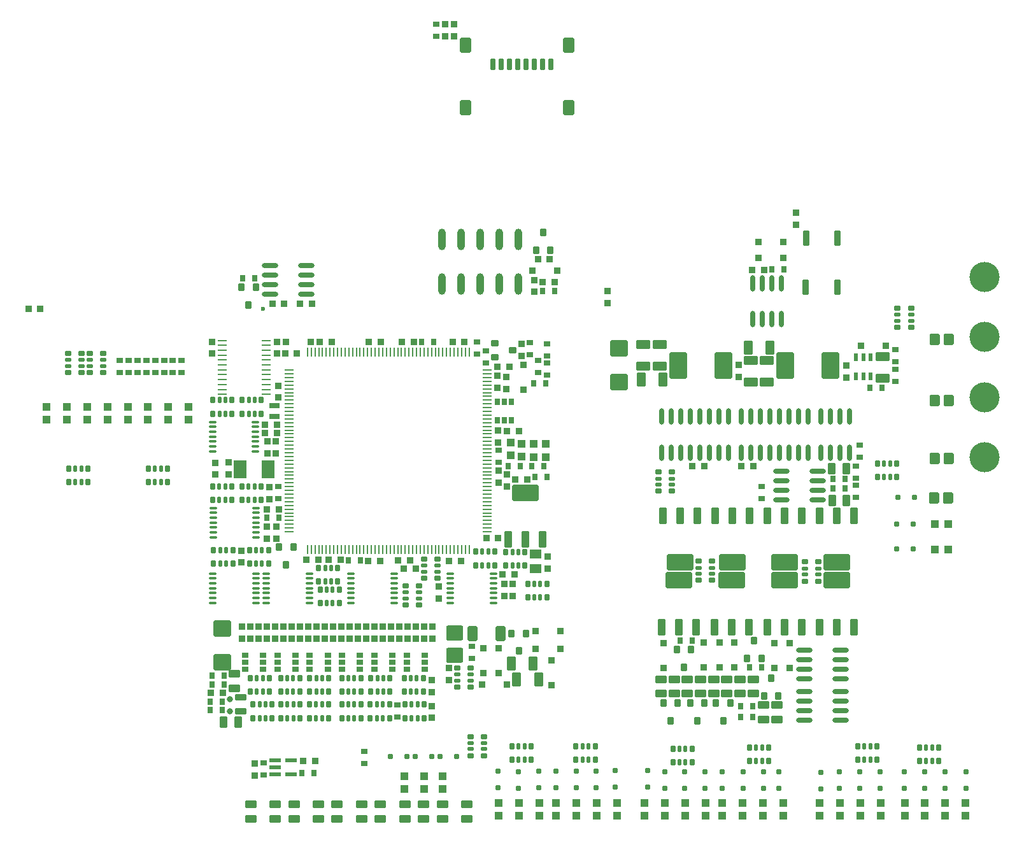
<source format=gtp>
G75*
G70*
%OFA0B0*%
%FSLAX25Y25*%
%IPPOS*%
%LPD*%
%AMOC8*
5,1,8,0,0,1.08239X$1,22.5*
%
%AMM1*
21,1,0.033470,0.026770,0.000000,0.000000,180.000000*
21,1,0.026770,0.033470,0.000000,0.000000,180.000000*
1,1,0.006690,-0.013390,0.013390*
1,1,0.006690,0.013390,0.013390*
1,1,0.006690,0.013390,-0.013390*
1,1,0.006690,-0.013390,-0.013390*
%
%AMM10*
21,1,0.023620,0.018900,0.000000,0.000000,90.000000*
21,1,0.018900,0.023620,0.000000,0.000000,90.000000*
1,1,0.004720,0.009450,0.009450*
1,1,0.004720,0.009450,-0.009450*
1,1,0.004720,-0.009450,-0.009450*
1,1,0.004720,-0.009450,0.009450*
%
%AMM101*
21,1,0.021650,0.038980,0.000000,0.000000,0.000000*
21,1,0.017320,0.043310,0.000000,0.000000,0.000000*
1,1,0.004330,0.008660,-0.019490*
1,1,0.004330,-0.008660,-0.019490*
1,1,0.004330,-0.008660,0.019490*
1,1,0.004330,0.008660,0.019490*
%
%AMM102*
21,1,0.086610,0.073230,0.000000,0.000000,90.000000*
21,1,0.069290,0.090550,0.000000,0.000000,90.000000*
1,1,0.017320,0.036610,0.034650*
1,1,0.017320,0.036610,-0.034650*
1,1,0.017320,-0.036610,-0.034650*
1,1,0.017320,-0.036610,0.034650*
%
%AMM103*
21,1,0.092520,0.119290,0.000000,0.000000,180.000000*
21,1,0.074020,0.137800,0.000000,0.000000,180.000000*
1,1,0.018500,-0.037010,0.059650*
1,1,0.018500,0.037010,0.059650*
1,1,0.018500,0.037010,-0.059650*
1,1,0.018500,-0.037010,-0.059650*
%
%AMM104*
21,1,0.070870,0.036220,0.000000,0.000000,0.000000*
21,1,0.061810,0.045280,0.000000,0.000000,0.000000*
1,1,0.009060,0.030910,-0.018110*
1,1,0.009060,-0.030910,-0.018110*
1,1,0.009060,-0.030910,0.018110*
1,1,0.009060,0.030910,0.018110*
%
%AMM105*
21,1,0.070870,0.036220,0.000000,0.000000,90.000000*
21,1,0.061810,0.045280,0.000000,0.000000,90.000000*
1,1,0.009060,0.018110,0.030910*
1,1,0.009060,0.018110,-0.030910*
1,1,0.009060,-0.018110,-0.030910*
1,1,0.009060,-0.018110,0.030910*
%
%AMM11*
21,1,0.027560,0.030710,0.000000,0.000000,90.000000*
21,1,0.022050,0.036220,0.000000,0.000000,90.000000*
1,1,0.005510,0.015350,0.011020*
1,1,0.005510,0.015350,-0.011020*
1,1,0.005510,-0.015350,-0.011020*
1,1,0.005510,-0.015350,0.011020*
%
%AMM111*
21,1,0.078740,0.045670,0.000000,0.000000,270.000000*
21,1,0.067320,0.057090,0.000000,0.000000,270.000000*
1,1,0.011420,-0.022840,-0.033660*
1,1,0.011420,-0.022840,0.033660*
1,1,0.011420,0.022840,0.033660*
1,1,0.011420,0.022840,-0.033660*
%
%AMM112*
21,1,0.059060,0.020470,0.000000,0.000000,270.000000*
21,1,0.053940,0.025590,0.000000,0.000000,270.000000*
1,1,0.005120,-0.010240,-0.026970*
1,1,0.005120,-0.010240,0.026970*
1,1,0.005120,0.010240,0.026970*
1,1,0.005120,0.010240,-0.026970*
%
%AMM113*
21,1,0.027560,0.030710,0.000000,0.000000,270.000000*
21,1,0.022050,0.036220,0.000000,0.000000,270.000000*
1,1,0.005510,-0.015350,-0.011020*
1,1,0.005510,-0.015350,0.011020*
1,1,0.005510,0.015350,0.011020*
1,1,0.005510,0.015350,-0.011020*
%
%AMM117*
21,1,0.035830,0.026770,0.000000,0.000000,0.000000*
21,1,0.029130,0.033470,0.000000,0.000000,0.000000*
1,1,0.006690,0.014570,-0.013390*
1,1,0.006690,-0.014570,-0.013390*
1,1,0.006690,-0.014570,0.013390*
1,1,0.006690,0.014570,0.013390*
%
%AMM118*
21,1,0.035830,0.026770,0.000000,0.000000,90.000000*
21,1,0.029130,0.033470,0.000000,0.000000,90.000000*
1,1,0.006690,0.013390,0.014570*
1,1,0.006690,0.013390,-0.014570*
1,1,0.006690,-0.013390,-0.014570*
1,1,0.006690,-0.013390,0.014570*
%
%AMM119*
21,1,0.078740,0.070870,0.000000,0.000000,270.000000*
21,1,0.062990,0.086610,0.000000,0.000000,270.000000*
1,1,0.015750,-0.035430,-0.031500*
1,1,0.015750,-0.035430,0.031500*
1,1,0.015750,0.035430,0.031500*
1,1,0.015750,0.035430,-0.031500*
%
%AMM12*
21,1,0.039370,0.049210,0.000000,0.000000,90.000000*
21,1,0.031500,0.057090,0.000000,0.000000,90.000000*
1,1,0.007870,0.024610,0.015750*
1,1,0.007870,0.024610,-0.015750*
1,1,0.007870,-0.024610,-0.015750*
1,1,0.007870,-0.024610,0.015750*
%
%AMM120*
21,1,0.051180,0.068500,0.000000,0.000000,180.000000*
21,1,0.040950,0.078740,0.000000,0.000000,180.000000*
1,1,0.010240,-0.020470,0.034250*
1,1,0.010240,0.020470,0.034250*
1,1,0.010240,0.020470,-0.034250*
1,1,0.010240,-0.020470,-0.034250*
%
%AMM121*
21,1,0.070870,0.036220,0.000000,0.000000,270.000000*
21,1,0.061810,0.045280,0.000000,0.000000,270.000000*
1,1,0.009060,-0.018110,-0.030910*
1,1,0.009060,-0.018110,0.030910*
1,1,0.009060,0.018110,0.030910*
1,1,0.009060,0.018110,-0.030910*
%
%AMM127*
21,1,0.021650,0.052760,0.000000,0.000000,270.000000*
21,1,0.017320,0.057090,0.000000,0.000000,270.000000*
1,1,0.004330,-0.026380,-0.008660*
1,1,0.004330,-0.026380,0.008660*
1,1,0.004330,0.026380,0.008660*
1,1,0.004330,0.026380,-0.008660*
%
%AMM128*
21,1,0.033470,0.026770,0.000000,0.000000,0.000000*
21,1,0.026770,0.033470,0.000000,0.000000,0.000000*
1,1,0.006690,0.013390,-0.013390*
1,1,0.006690,-0.013390,-0.013390*
1,1,0.006690,-0.013390,0.013390*
1,1,0.006690,0.013390,0.013390*
%
%AMM13*
21,1,0.051180,0.048820,0.000000,0.000000,0.000000*
21,1,0.040950,0.059060,0.000000,0.000000,0.000000*
1,1,0.010240,0.020470,-0.024410*
1,1,0.010240,-0.020470,-0.024410*
1,1,0.010240,-0.020470,0.024410*
1,1,0.010240,0.020470,0.024410*
%
%AMM131*
21,1,0.035430,0.030320,0.000000,0.000000,0.000000*
21,1,0.028350,0.037400,0.000000,0.000000,0.000000*
1,1,0.007090,0.014170,-0.015160*
1,1,0.007090,-0.014170,-0.015160*
1,1,0.007090,-0.014170,0.015160*
1,1,0.007090,0.014170,0.015160*
%
%AMM14*
21,1,0.039370,0.035430,0.000000,0.000000,180.000000*
21,1,0.031500,0.043310,0.000000,0.000000,180.000000*
1,1,0.007870,-0.015750,0.017720*
1,1,0.007870,0.015750,0.017720*
1,1,0.007870,0.015750,-0.017720*
1,1,0.007870,-0.015750,-0.017720*
%
%AMM2*
21,1,0.031500,0.072440,0.000000,0.000000,0.000000*
21,1,0.025200,0.078740,0.000000,0.000000,0.000000*
1,1,0.006300,0.012600,-0.036220*
1,1,0.006300,-0.012600,-0.036220*
1,1,0.006300,-0.012600,0.036220*
1,1,0.006300,0.012600,0.036220*
%
%AMM3*
21,1,0.033470,0.026770,0.000000,0.000000,90.000000*
21,1,0.026770,0.033470,0.000000,0.000000,90.000000*
1,1,0.006690,0.013390,0.013390*
1,1,0.006690,0.013390,-0.013390*
1,1,0.006690,-0.013390,-0.013390*
1,1,0.006690,-0.013390,0.013390*
%
%AMM4*
21,1,0.025590,0.026380,0.000000,0.000000,90.000000*
21,1,0.020470,0.031500,0.000000,0.000000,90.000000*
1,1,0.005120,0.013190,0.010240*
1,1,0.005120,0.013190,-0.010240*
1,1,0.005120,-0.013190,-0.010240*
1,1,0.005120,-0.013190,0.010240*
%
%AMM5*
21,1,0.017720,0.027950,0.000000,0.000000,90.000000*
21,1,0.014170,0.031500,0.000000,0.000000,90.000000*
1,1,0.003540,0.013980,0.007090*
1,1,0.003540,0.013980,-0.007090*
1,1,0.003540,-0.013980,-0.007090*
1,1,0.003540,-0.013980,0.007090*
%
%AMM59*
21,1,0.023620,0.030710,0.000000,0.000000,90.000000*
21,1,0.018900,0.035430,0.000000,0.000000,90.000000*
1,1,0.004720,0.015350,0.009450*
1,1,0.004720,0.015350,-0.009450*
1,1,0.004720,-0.015350,-0.009450*
1,1,0.004720,-0.015350,0.009450*
%
%AMM6*
21,1,0.025590,0.026380,0.000000,0.000000,0.000000*
21,1,0.020470,0.031500,0.000000,0.000000,0.000000*
1,1,0.005120,0.010240,-0.013190*
1,1,0.005120,-0.010240,-0.013190*
1,1,0.005120,-0.010240,0.013190*
1,1,0.005120,0.010240,0.013190*
%
%AMM60*
21,1,0.033470,0.026770,0.000000,0.000000,270.000000*
21,1,0.026770,0.033470,0.000000,0.000000,270.000000*
1,1,0.006690,-0.013390,-0.013390*
1,1,0.006690,-0.013390,0.013390*
1,1,0.006690,0.013390,0.013390*
1,1,0.006690,0.013390,-0.013390*
%
%AMM61*
21,1,0.035430,0.050000,0.000000,0.000000,270.000000*
21,1,0.028350,0.057090,0.000000,0.000000,270.000000*
1,1,0.007090,-0.025000,-0.014170*
1,1,0.007090,-0.025000,0.014170*
1,1,0.007090,0.025000,0.014170*
1,1,0.007090,0.025000,-0.014170*
%
%AMM62*
21,1,0.086610,0.073230,0.000000,0.000000,270.000000*
21,1,0.069290,0.090550,0.000000,0.000000,270.000000*
1,1,0.017320,-0.036610,-0.034650*
1,1,0.017320,-0.036610,0.034650*
1,1,0.017320,0.036610,0.034650*
1,1,0.017320,0.036610,-0.034650*
%
%AMM63*
21,1,0.039370,0.049210,0.000000,0.000000,180.000000*
21,1,0.031500,0.057090,0.000000,0.000000,180.000000*
1,1,0.007870,-0.015750,0.024610*
1,1,0.007870,0.015750,0.024610*
1,1,0.007870,0.015750,-0.024610*
1,1,0.007870,-0.015750,-0.024610*
%
%AMM64*
21,1,0.027560,0.030710,0.000000,0.000000,0.000000*
21,1,0.022050,0.036220,0.000000,0.000000,0.000000*
1,1,0.005510,0.011020,-0.015350*
1,1,0.005510,-0.011020,-0.015350*
1,1,0.005510,-0.011020,0.015350*
1,1,0.005510,0.011020,0.015350*
%
%AMM7*
21,1,0.017720,0.027950,0.000000,0.000000,0.000000*
21,1,0.014170,0.031500,0.000000,0.000000,0.000000*
1,1,0.003540,0.007090,-0.013980*
1,1,0.003540,-0.007090,-0.013980*
1,1,0.003540,-0.007090,0.013980*
1,1,0.003540,0.007090,0.013980*
%
%AMM73*
21,1,0.035830,0.026770,0.000000,0.000000,180.000000*
21,1,0.029130,0.033470,0.000000,0.000000,180.000000*
1,1,0.006690,-0.014570,0.013390*
1,1,0.006690,0.014570,0.013390*
1,1,0.006690,0.014570,-0.013390*
1,1,0.006690,-0.014570,-0.013390*
%
%AMM74*
21,1,0.035830,0.026770,0.000000,0.000000,270.000000*
21,1,0.029130,0.033470,0.000000,0.000000,270.000000*
1,1,0.006690,-0.013390,-0.014570*
1,1,0.006690,-0.013390,0.014570*
1,1,0.006690,0.013390,0.014570*
1,1,0.006690,0.013390,-0.014570*
%
%AMM75*
21,1,0.027560,0.049610,0.000000,0.000000,270.000000*
21,1,0.022050,0.055120,0.000000,0.000000,270.000000*
1,1,0.005510,-0.024800,-0.011020*
1,1,0.005510,-0.024800,0.011020*
1,1,0.005510,0.024800,0.011020*
1,1,0.005510,0.024800,-0.011020*
%
%AMM76*
21,1,0.025590,0.026380,0.000000,0.000000,270.000000*
21,1,0.020470,0.031500,0.000000,0.000000,270.000000*
1,1,0.005120,-0.013190,-0.010240*
1,1,0.005120,-0.013190,0.010240*
1,1,0.005120,0.013190,0.010240*
1,1,0.005120,0.013190,-0.010240*
%
%AMM77*
21,1,0.017720,0.027950,0.000000,0.000000,270.000000*
21,1,0.014170,0.031500,0.000000,0.000000,270.000000*
1,1,0.003540,-0.013980,-0.007090*
1,1,0.003540,-0.013980,0.007090*
1,1,0.003540,0.013980,0.007090*
1,1,0.003540,0.013980,-0.007090*
%
%AMM78*
21,1,0.025590,0.026380,0.000000,0.000000,180.000000*
21,1,0.020470,0.031500,0.000000,0.000000,180.000000*
1,1,0.005120,-0.010240,0.013190*
1,1,0.005120,0.010240,0.013190*
1,1,0.005120,0.010240,-0.013190*
1,1,0.005120,-0.010240,-0.013190*
%
%AMM79*
21,1,0.017720,0.027950,0.000000,0.000000,180.000000*
21,1,0.014170,0.031500,0.000000,0.000000,180.000000*
1,1,0.003540,-0.007090,0.013980*
1,1,0.003540,0.007090,0.013980*
1,1,0.003540,0.007090,-0.013980*
1,1,0.003540,-0.007090,-0.013980*
%
%AMM8*
21,1,0.039370,0.035430,0.000000,0.000000,270.000000*
21,1,0.031500,0.043310,0.000000,0.000000,270.000000*
1,1,0.007870,-0.017720,-0.015750*
1,1,0.007870,-0.017720,0.015750*
1,1,0.007870,0.017720,0.015750*
1,1,0.007870,0.017720,-0.015750*
%
%AMM80*
21,1,0.043310,0.075980,0.000000,0.000000,0.000000*
21,1,0.034650,0.084650,0.000000,0.000000,0.000000*
1,1,0.008660,0.017320,-0.037990*
1,1,0.008660,-0.017320,-0.037990*
1,1,0.008660,-0.017320,0.037990*
1,1,0.008660,0.017320,0.037990*
%
%AMM81*
21,1,0.043310,0.075990,0.000000,0.000000,0.000000*
21,1,0.034650,0.084650,0.000000,0.000000,0.000000*
1,1,0.008660,0.017320,-0.037990*
1,1,0.008660,-0.017320,-0.037990*
1,1,0.008660,-0.017320,0.037990*
1,1,0.008660,0.017320,0.037990*
%
%AMM82*
21,1,0.137800,0.067720,0.000000,0.000000,0.000000*
21,1,0.120870,0.084650,0.000000,0.000000,0.000000*
1,1,0.016930,0.060430,-0.033860*
1,1,0.016930,-0.060430,-0.033860*
1,1,0.016930,-0.060430,0.033860*
1,1,0.016930,0.060430,0.033860*
%
%AMM83*
21,1,0.023620,0.030710,0.000000,0.000000,180.000000*
21,1,0.018900,0.035430,0.000000,0.000000,180.000000*
1,1,0.004720,-0.009450,0.015350*
1,1,0.004720,0.009450,0.015350*
1,1,0.004720,0.009450,-0.015350*
1,1,0.004720,-0.009450,-0.015350*
%
%AMM84*
21,1,0.035430,0.030320,0.000000,0.000000,270.000000*
21,1,0.028350,0.037400,0.000000,0.000000,270.000000*
1,1,0.007090,-0.015160,-0.014170*
1,1,0.007090,-0.015160,0.014170*
1,1,0.007090,0.015160,0.014170*
1,1,0.007090,0.015160,-0.014170*
%
%AMM85*
21,1,0.035430,0.030320,0.000000,0.000000,180.000000*
21,1,0.028350,0.037400,0.000000,0.000000,180.000000*
1,1,0.007090,-0.014170,0.015160*
1,1,0.007090,0.014170,0.015160*
1,1,0.007090,0.014170,-0.015160*
1,1,0.007090,-0.014170,-0.015160*
%
%AMM86*
21,1,0.027560,0.030710,0.000000,0.000000,180.000000*
21,1,0.022050,0.036220,0.000000,0.000000,180.000000*
1,1,0.005510,-0.011020,0.015350*
1,1,0.005510,0.011020,0.015350*
1,1,0.005510,0.011020,-0.015350*
1,1,0.005510,-0.011020,-0.015350*
%
%AMM9*
21,1,0.023620,0.018900,0.000000,0.000000,0.000000*
21,1,0.018900,0.023620,0.000000,0.000000,0.000000*
1,1,0.004720,0.009450,-0.009450*
1,1,0.004720,-0.009450,-0.009450*
1,1,0.004720,-0.009450,0.009450*
1,1,0.004720,0.009450,0.009450*
%
%ADD100M113*%
%ADD102R,0.05906X0.05118*%
%ADD108M82*%
%ADD11O,0.05118X0.00866*%
%ADD110M119*%
%ADD115C,0.02362*%
%ADD120M1*%
%ADD127M14*%
%ADD132M78*%
%ADD14M61*%
%ADD147M127*%
%ADD150M104*%
%ADD157M63*%
%ADD159M9*%
%ADD16M102*%
%ADD160O,0.08661X0.02362*%
%ADD165O,0.02362X0.08661*%
%ADD169M3*%
%ADD170M64*%
%ADD174M111*%
%ADD175O,0.01968X0.03937*%
%ADD177M84*%
%ADD179M105*%
%ADD18M81*%
%ADD180M120*%
%ADD182O,0.05197X0.00984*%
%ADD183M86*%
%ADD185M73*%
%ADD187M7*%
%ADD188C,0.15748*%
%ADD193M121*%
%ADD194M12*%
%ADD196M8*%
%ADD197O,0.04016X0.11221*%
%ADD20M112*%
%ADD202M128*%
%ADD208M79*%
%ADD214M85*%
%ADD216C,0.03150*%
%ADD217M6*%
%ADD222M13*%
%ADD228M59*%
%ADD231M62*%
%ADD232M103*%
%ADD247M118*%
%ADD251O,0.00866X0.05118*%
%ADD253M10*%
%ADD257R,0.06693X0.09449*%
%ADD258M74*%
%ADD28M5*%
%ADD36O,0.04331X0.01181*%
%ADD37M11*%
%ADD38M75*%
%ADD45M80*%
%ADD51M101*%
%ADD54M60*%
%ADD63M4*%
%ADD71M76*%
%ADD75M77*%
%ADD76M83*%
%ADD81M2*%
%ADD84M117*%
%ADD92M131*%
X0000000Y0000000D02*
G01*
G75*
D120*
X0067874Y0414764D02*
D03*
X0061654Y0414764D02*
D03*
D81*
X0468504Y0426083D02*
D03*
X0485039Y0426083D02*
D03*
X0468701Y0451673D02*
D03*
X0485236Y0451673D02*
D03*
D169*
X0463484Y0464921D02*
D03*
X0463484Y0458701D02*
D03*
X0364728Y0423937D02*
D03*
X0364728Y0417717D02*
D03*
D63*
X0523622Y0405020D02*
D03*
X0516535Y0405020D02*
D03*
X0516535Y0415059D02*
D03*
X0523622Y0415059D02*
D03*
X0292913Y0180807D02*
D03*
X0300000Y0180807D02*
D03*
X0300000Y0190847D02*
D03*
X0292913Y0190847D02*
D03*
D28*
X0523622Y0408465D02*
D03*
X0523622Y0411614D02*
D03*
X0516535Y0411614D02*
D03*
X0516535Y0408465D02*
D03*
X0300000Y0187402D02*
D03*
X0300000Y0184252D02*
D03*
X0292913Y0184252D02*
D03*
X0292913Y0187402D02*
D03*
D217*
X0528051Y0177953D02*
D03*
X0528051Y0185039D02*
D03*
X0538091Y0185039D02*
D03*
X0538091Y0177953D02*
D03*
X0495768Y0178740D02*
D03*
X0495768Y0185827D02*
D03*
X0505807Y0185827D02*
D03*
X0505807Y0178740D02*
D03*
X0439075Y0177953D02*
D03*
X0439075Y0185039D02*
D03*
X0449114Y0185039D02*
D03*
X0449114Y0177953D02*
D03*
X0398917Y0177264D02*
D03*
X0398917Y0184350D02*
D03*
X0408957Y0184350D02*
D03*
X0408957Y0177264D02*
D03*
X0348228Y0178740D02*
D03*
X0348228Y0185827D02*
D03*
X0358268Y0185827D02*
D03*
X0358268Y0178740D02*
D03*
X0324705Y0178740D02*
D03*
X0324705Y0185827D02*
D03*
X0314665Y0185827D02*
D03*
X0314665Y0178740D02*
D03*
X0134449Y0331004D02*
D03*
X0134449Y0323917D02*
D03*
X0124409Y0323917D02*
D03*
X0124409Y0331004D02*
D03*
X0516043Y0326654D02*
D03*
X0516043Y0333740D02*
D03*
X0506004Y0333740D02*
D03*
X0506004Y0326654D02*
D03*
X0082677Y0331004D02*
D03*
X0082677Y0323917D02*
D03*
X0092716Y0323917D02*
D03*
X0092716Y0331004D02*
D03*
D187*
X0531496Y0177953D02*
D03*
X0534646Y0177953D02*
D03*
X0534646Y0185039D02*
D03*
X0531496Y0185039D02*
D03*
X0499213Y0178740D02*
D03*
X0502362Y0178740D02*
D03*
X0502362Y0185827D02*
D03*
X0499213Y0185827D02*
D03*
X0442520Y0177953D02*
D03*
X0445669Y0177953D02*
D03*
X0445669Y0185039D02*
D03*
X0442520Y0185039D02*
D03*
X0402362Y0177264D02*
D03*
X0405512Y0177264D02*
D03*
X0405512Y0184350D02*
D03*
X0402362Y0184350D02*
D03*
X0351673Y0178740D02*
D03*
X0354823Y0178740D02*
D03*
X0354823Y0185827D02*
D03*
X0351673Y0185827D02*
D03*
X0318110Y0185827D02*
D03*
X0321260Y0185827D02*
D03*
X0321260Y0178740D02*
D03*
X0318110Y0178740D02*
D03*
X0131004Y0331004D02*
D03*
X0127854Y0331004D02*
D03*
X0127854Y0323917D02*
D03*
X0131004Y0323917D02*
D03*
X0509449Y0333740D02*
D03*
X0512598Y0333740D02*
D03*
X0512598Y0326654D02*
D03*
X0509449Y0326654D02*
D03*
X0089272Y0323917D02*
D03*
X0086122Y0323917D02*
D03*
X0086122Y0331004D02*
D03*
X0089272Y0331004D02*
D03*
D196*
X0145473Y0363386D02*
D03*
X0145473Y0356693D02*
D03*
X0134843Y0363386D02*
D03*
X0134843Y0356693D02*
D03*
X0124213Y0363386D02*
D03*
X0124213Y0356693D02*
D03*
X0113583Y0363386D02*
D03*
X0113583Y0356693D02*
D03*
X0102953Y0363386D02*
D03*
X0102953Y0356693D02*
D03*
X0092323Y0363386D02*
D03*
X0092323Y0356693D02*
D03*
X0081693Y0363386D02*
D03*
X0081693Y0356693D02*
D03*
X0071063Y0363386D02*
D03*
X0071063Y0356693D02*
D03*
X0552165Y0149213D02*
D03*
X0552165Y0155905D02*
D03*
X0541536Y0149213D02*
D03*
X0541536Y0155905D02*
D03*
X0530906Y0149213D02*
D03*
X0530906Y0155905D02*
D03*
X0520276Y0149213D02*
D03*
X0520276Y0155905D02*
D03*
X0507677Y0149213D02*
D03*
X0507677Y0155905D02*
D03*
X0497047Y0149213D02*
D03*
X0497047Y0155905D02*
D03*
X0486417Y0149213D02*
D03*
X0486417Y0155905D02*
D03*
X0475787Y0149213D02*
D03*
X0475787Y0155905D02*
D03*
X0424803Y0155905D02*
D03*
X0424803Y0149213D02*
D03*
X0456693Y0155905D02*
D03*
X0456693Y0149213D02*
D03*
X0446063Y0155905D02*
D03*
X0446063Y0149213D02*
D03*
X0435433Y0155905D02*
D03*
X0435433Y0149213D02*
D03*
X0307677Y0149213D02*
D03*
X0307677Y0155905D02*
D03*
X0318307Y0149213D02*
D03*
X0318307Y0155905D02*
D03*
X0328937Y0149213D02*
D03*
X0328937Y0155905D02*
D03*
X0337697Y0155905D02*
D03*
X0337697Y0149213D02*
D03*
X0348327Y0155905D02*
D03*
X0348327Y0149213D02*
D03*
X0358957Y0155905D02*
D03*
X0358957Y0149213D02*
D03*
X0369587Y0155905D02*
D03*
X0369587Y0149213D02*
D03*
X0384055Y0155905D02*
D03*
X0384055Y0149213D02*
D03*
X0394685Y0155905D02*
D03*
X0394685Y0149213D02*
D03*
X0405315Y0155905D02*
D03*
X0405315Y0149213D02*
D03*
X0415945Y0155905D02*
D03*
X0415945Y0149213D02*
D03*
X0278543Y0170079D02*
D03*
X0278543Y0163386D02*
D03*
X0268701Y0170079D02*
D03*
X0268701Y0163386D02*
D03*
X0258465Y0170079D02*
D03*
X0258465Y0163386D02*
D03*
D159*
X0552362Y0172441D02*
D03*
X0552362Y0163779D02*
D03*
X0541339Y0172441D02*
D03*
X0541339Y0163779D02*
D03*
X0530709Y0172441D02*
D03*
X0530709Y0163779D02*
D03*
X0520079Y0172441D02*
D03*
X0520079Y0163779D02*
D03*
X0507480Y0172441D02*
D03*
X0507480Y0163779D02*
D03*
X0496850Y0172441D02*
D03*
X0496850Y0163779D02*
D03*
X0486221Y0172441D02*
D03*
X0486221Y0163779D02*
D03*
X0476378Y0172047D02*
D03*
X0476378Y0163386D02*
D03*
X0424606Y0163779D02*
D03*
X0424606Y0172441D02*
D03*
X0454528Y0163779D02*
D03*
X0454528Y0172441D02*
D03*
X0446260Y0163779D02*
D03*
X0446260Y0172441D02*
D03*
X0435630Y0163779D02*
D03*
X0435630Y0172441D02*
D03*
X0415748Y0163779D02*
D03*
X0415748Y0172441D02*
D03*
X0405118Y0163779D02*
D03*
X0405118Y0172441D02*
D03*
X0394882Y0163779D02*
D03*
X0394882Y0172441D02*
D03*
X0385827Y0164272D02*
D03*
X0385827Y0172933D02*
D03*
X0368701Y0164272D02*
D03*
X0368701Y0172933D02*
D03*
X0358760Y0164173D02*
D03*
X0358760Y0172835D02*
D03*
X0348524Y0164173D02*
D03*
X0348524Y0172835D02*
D03*
X0337894Y0164173D02*
D03*
X0337894Y0172835D02*
D03*
X0328740Y0172638D02*
D03*
X0328740Y0163976D02*
D03*
X0318110Y0172441D02*
D03*
X0318110Y0163779D02*
D03*
X0307480Y0172835D02*
D03*
X0307480Y0164173D02*
D03*
D253*
X0277165Y0180216D02*
D03*
X0285827Y0180216D02*
D03*
X0264173Y0180216D02*
D03*
X0272835Y0180216D02*
D03*
X0251181Y0180216D02*
D03*
X0259842Y0180216D02*
D03*
X0525394Y0316043D02*
D03*
X0516732Y0316043D02*
D03*
X0524705Y0302165D02*
D03*
X0516043Y0302165D02*
D03*
X0524902Y0288878D02*
D03*
X0516240Y0288878D02*
D03*
D37*
X0237402Y0183071D02*
D03*
X0237402Y0176772D02*
D03*
D194*
X0291142Y0155315D02*
D03*
X0291142Y0147835D02*
D03*
X0278346Y0147835D02*
D03*
X0278346Y0155315D02*
D03*
X0268504Y0147835D02*
D03*
X0268504Y0155315D02*
D03*
X0258661Y0147835D02*
D03*
X0258661Y0155315D02*
D03*
X0245866Y0155315D02*
D03*
X0245866Y0147835D02*
D03*
X0236024Y0155315D02*
D03*
X0236024Y0147835D02*
D03*
X0223228Y0155315D02*
D03*
X0223228Y0147835D02*
D03*
X0213386Y0155315D02*
D03*
X0213386Y0147835D02*
D03*
X0177953Y0155315D02*
D03*
X0177953Y0147835D02*
D03*
X0200591Y0147835D02*
D03*
X0200591Y0155315D02*
D03*
X0190748Y0147835D02*
D03*
X0190748Y0155315D02*
D03*
D222*
X0543504Y0336417D02*
D03*
X0536024Y0336417D02*
D03*
X0536024Y0366811D02*
D03*
X0543504Y0366811D02*
D03*
X0543228Y0315866D02*
D03*
X0535748Y0315866D02*
D03*
X0536024Y0398622D02*
D03*
X0543504Y0398622D02*
D03*
D127*
X0536221Y0302087D02*
D03*
X0542913Y0302087D02*
D03*
X0536221Y0288661D02*
D03*
X0542913Y0288661D02*
D03*
D188*
X0562205Y0337008D02*
D03*
X0562205Y0368504D02*
D03*
X0562205Y0400000D02*
D03*
X0562205Y0431496D02*
D03*
X0154331Y0194882D02*
G01*
G75*
D216*
X0167126Y0203937D02*
D03*
X0167126Y0210236D02*
D03*
D228*
X0259646Y0225886D02*
D03*
X0259646Y0229626D02*
D03*
X0259646Y0233366D02*
D03*
X0269095Y0233366D02*
D03*
X0269095Y0229626D02*
D03*
X0269095Y0225886D02*
D03*
X0201378Y0225886D02*
D03*
X0201378Y0229626D02*
D03*
X0201378Y0233366D02*
D03*
X0191929Y0233366D02*
D03*
X0191929Y0229626D02*
D03*
X0191929Y0225886D02*
D03*
X0175000Y0225886D02*
D03*
X0175000Y0229626D02*
D03*
X0175000Y0233366D02*
D03*
X0184449Y0233366D02*
D03*
X0184449Y0229626D02*
D03*
X0184449Y0225886D02*
D03*
X0218307Y0225886D02*
D03*
X0218307Y0229626D02*
D03*
X0218307Y0233366D02*
D03*
X0208859Y0233366D02*
D03*
X0208859Y0229626D02*
D03*
X0208859Y0225886D02*
D03*
X0225788Y0225886D02*
D03*
X0225788Y0229626D02*
D03*
X0225788Y0233366D02*
D03*
X0235236Y0233366D02*
D03*
X0235236Y0229626D02*
D03*
X0235236Y0225886D02*
D03*
X0252166Y0225886D02*
D03*
X0252166Y0229626D02*
D03*
X0252166Y0233366D02*
D03*
X0242717Y0233366D02*
D03*
X0242717Y0229626D02*
D03*
X0242717Y0225886D02*
D03*
D217*
X0268307Y0214370D02*
D03*
X0268307Y0221457D02*
D03*
X0258268Y0221457D02*
D03*
X0258268Y0214370D02*
D03*
X0258760Y0200492D02*
D03*
X0258760Y0207579D02*
D03*
X0268800Y0207579D02*
D03*
X0268800Y0200492D02*
D03*
X0203740Y0200492D02*
D03*
X0203740Y0207579D02*
D03*
X0193701Y0207579D02*
D03*
X0193701Y0200492D02*
D03*
X0179134Y0200492D02*
D03*
X0179134Y0207579D02*
D03*
X0189174Y0207579D02*
D03*
X0189174Y0200492D02*
D03*
X0218799Y0200492D02*
D03*
X0218799Y0207579D02*
D03*
X0208760Y0207579D02*
D03*
X0208760Y0200492D02*
D03*
X0225591Y0200492D02*
D03*
X0225591Y0207579D02*
D03*
X0235630Y0207579D02*
D03*
X0235630Y0200492D02*
D03*
X0250591Y0200492D02*
D03*
X0250591Y0207579D02*
D03*
X0240552Y0207579D02*
D03*
X0240552Y0200492D02*
D03*
X0193603Y0214272D02*
D03*
X0193603Y0221358D02*
D03*
X0203642Y0221358D02*
D03*
X0203642Y0214272D02*
D03*
X0187697Y0214272D02*
D03*
X0187697Y0221358D02*
D03*
X0177658Y0221358D02*
D03*
X0177658Y0214272D02*
D03*
X0208859Y0214272D02*
D03*
X0208859Y0221358D02*
D03*
X0218898Y0221358D02*
D03*
X0218898Y0214272D02*
D03*
X0235630Y0214272D02*
D03*
X0235630Y0221358D02*
D03*
X0225591Y0221358D02*
D03*
X0225591Y0214272D02*
D03*
X0240847Y0214272D02*
D03*
X0240847Y0221358D02*
D03*
X0250886Y0221358D02*
D03*
X0250886Y0214272D02*
D03*
D187*
X0261713Y0221457D02*
D03*
X0264862Y0221457D02*
D03*
X0264862Y0214370D02*
D03*
X0261713Y0214370D02*
D03*
X0262205Y0200492D02*
D03*
X0265355Y0200492D02*
D03*
X0265355Y0207579D02*
D03*
X0262205Y0207579D02*
D03*
X0197146Y0207579D02*
D03*
X0200296Y0207579D02*
D03*
X0200296Y0200492D02*
D03*
X0197146Y0200492D02*
D03*
X0182579Y0200492D02*
D03*
X0185729Y0200492D02*
D03*
X0185729Y0207579D02*
D03*
X0182579Y0207579D02*
D03*
X0212205Y0207579D02*
D03*
X0215355Y0207579D02*
D03*
X0215355Y0200492D02*
D03*
X0212205Y0200492D02*
D03*
X0229036Y0200492D02*
D03*
X0232185Y0200492D02*
D03*
X0232185Y0207579D02*
D03*
X0229036Y0207579D02*
D03*
X0243996Y0207579D02*
D03*
X0247146Y0207579D02*
D03*
X0247146Y0200492D02*
D03*
X0243996Y0200492D02*
D03*
X0197048Y0214272D02*
D03*
X0200197Y0214272D02*
D03*
X0200197Y0221358D02*
D03*
X0197048Y0221358D02*
D03*
X0181103Y0221358D02*
D03*
X0184252Y0221358D02*
D03*
X0184252Y0214272D02*
D03*
X0181103Y0214272D02*
D03*
X0212304Y0214272D02*
D03*
X0215453Y0214272D02*
D03*
X0215453Y0221358D02*
D03*
X0212304Y0221358D02*
D03*
X0229036Y0221358D02*
D03*
X0232185Y0221358D02*
D03*
X0232185Y0214272D02*
D03*
X0229036Y0214272D02*
D03*
X0244292Y0214272D02*
D03*
X0247441Y0214272D02*
D03*
X0247441Y0221358D02*
D03*
X0244292Y0221358D02*
D03*
D54*
X0272835Y0206851D02*
D03*
X0272835Y0200630D02*
D03*
X0238288Y0248288D02*
D03*
X0238288Y0242067D02*
D03*
X0233957Y0242067D02*
D03*
X0233957Y0248288D02*
D03*
X0229626Y0248288D02*
D03*
X0229626Y0242067D02*
D03*
X0225296Y0242067D02*
D03*
X0225296Y0248288D02*
D03*
X0242618Y0248288D02*
D03*
X0242618Y0242067D02*
D03*
X0246949Y0242067D02*
D03*
X0246949Y0248288D02*
D03*
X0251280Y0248288D02*
D03*
X0251280Y0242067D02*
D03*
X0255610Y0242067D02*
D03*
X0255610Y0248288D02*
D03*
X0207973Y0248288D02*
D03*
X0207973Y0242067D02*
D03*
X0212304Y0242067D02*
D03*
X0212304Y0248288D02*
D03*
X0216634Y0248288D02*
D03*
X0216634Y0242067D02*
D03*
X0220965Y0242067D02*
D03*
X0220965Y0248288D02*
D03*
X0173327Y0248288D02*
D03*
X0173327Y0242067D02*
D03*
X0177658Y0242067D02*
D03*
X0177658Y0248288D02*
D03*
X0181988Y0248288D02*
D03*
X0181988Y0242067D02*
D03*
X0186319Y0242067D02*
D03*
X0186319Y0248288D02*
D03*
X0190650Y0248288D02*
D03*
X0190650Y0242067D02*
D03*
X0194981Y0242067D02*
D03*
X0194981Y0248288D02*
D03*
X0199311Y0248288D02*
D03*
X0199311Y0242067D02*
D03*
X0203642Y0242067D02*
D03*
X0203642Y0248288D02*
D03*
X0272835Y0220236D02*
D03*
X0272835Y0214016D02*
D03*
X0259941Y0248288D02*
D03*
X0259941Y0242067D02*
D03*
X0264272Y0242067D02*
D03*
X0264272Y0248288D02*
D03*
X0268603Y0248288D02*
D03*
X0268603Y0242067D02*
D03*
X0272933Y0242067D02*
D03*
X0272933Y0248288D02*
D03*
D14*
X0172638Y0203937D02*
D03*
X0172638Y0211417D02*
D03*
D231*
X0162992Y0229823D02*
D03*
X0162992Y0247540D02*
D03*
D194*
X0169488Y0216142D02*
D03*
X0169488Y0223622D02*
D03*
D157*
X0163878Y0198425D02*
D03*
X0171359Y0198425D02*
D03*
D120*
X0163347Y0213681D02*
D03*
X0157126Y0213681D02*
D03*
D170*
X0163189Y0209154D02*
D03*
X0156890Y0209154D02*
D03*
X0156890Y0204626D02*
D03*
X0163189Y0204626D02*
D03*
X0157874Y0218110D02*
D03*
X0164174Y0218110D02*
D03*
X0157874Y0222736D02*
D03*
X0164174Y0222736D02*
D03*
D37*
X0254626Y0207480D02*
D03*
X0254626Y0201181D02*
D03*
X0153937Y0255512D02*
G01*
G75*
D185*
X0209252Y0397343D02*
D03*
X0196260Y0397343D02*
D03*
D258*
X0320669Y0372441D02*
D03*
X0320669Y0385433D02*
D03*
D38*
X0190551Y0364173D02*
D03*
X0190551Y0358268D02*
D03*
D120*
X0191594Y0354035D02*
D03*
X0185374Y0354035D02*
D03*
X0186555Y0309744D02*
D03*
X0192776Y0309744D02*
D03*
X0307539Y0294784D02*
D03*
X0301319Y0294784D02*
D03*
X0261378Y0282973D02*
D03*
X0255158Y0282973D02*
D03*
X0258110Y0278543D02*
D03*
X0264331Y0278543D02*
D03*
X0245728Y0282874D02*
D03*
X0239508Y0282874D02*
D03*
X0257028Y0397343D02*
D03*
X0263248Y0397343D02*
D03*
X0239902Y0397343D02*
D03*
X0246122Y0397343D02*
D03*
X0220433Y0397441D02*
D03*
X0214213Y0397441D02*
D03*
X0191693Y0349705D02*
D03*
X0185473Y0349705D02*
D03*
X0207224Y0283268D02*
D03*
X0213445Y0283268D02*
D03*
X0309882Y0275591D02*
D03*
X0316102Y0275591D02*
D03*
X0307126Y0384252D02*
D03*
X0313346Y0384252D02*
D03*
X0316476Y0325394D02*
D03*
X0322697Y0325394D02*
D03*
X0218740Y0283268D02*
D03*
X0224961Y0283268D02*
D03*
X0289882Y0397323D02*
D03*
X0283661Y0397323D02*
D03*
X0281831Y0282677D02*
D03*
X0288051Y0282677D02*
D03*
X0196004Y0391339D02*
D03*
X0202224Y0391339D02*
D03*
X0312244Y0350689D02*
D03*
X0318464Y0350689D02*
D03*
D54*
X0192421Y0374469D02*
D03*
X0192421Y0368248D02*
D03*
X0307579Y0330079D02*
D03*
X0307579Y0323859D02*
D03*
X0307480Y0344823D02*
D03*
X0307480Y0351043D02*
D03*
X0319587Y0396221D02*
D03*
X0319587Y0390000D02*
D03*
X0333366Y0278780D02*
D03*
X0333366Y0285000D02*
D03*
X0307185Y0373465D02*
D03*
X0307185Y0379685D02*
D03*
X0191240Y0339114D02*
D03*
X0191240Y0345335D02*
D03*
X0311713Y0372677D02*
D03*
X0311713Y0378898D02*
D03*
X0187697Y0315197D02*
D03*
X0187697Y0321417D02*
D03*
X0276280Y0263032D02*
D03*
X0276280Y0269252D02*
D03*
X0310728Y0264508D02*
D03*
X0310728Y0270729D02*
D03*
X0315158Y0270728D02*
D03*
X0315158Y0264508D02*
D03*
X0166437Y0334213D02*
D03*
X0166437Y0327992D02*
D03*
X0186713Y0339114D02*
D03*
X0186713Y0345335D02*
D03*
X0191339Y0294429D02*
D03*
X0191339Y0300650D02*
D03*
X0312106Y0327914D02*
D03*
X0312106Y0321693D02*
D03*
X0186516Y0294331D02*
D03*
X0186516Y0300551D02*
D03*
X0172933Y0281929D02*
D03*
X0172933Y0288150D02*
D03*
X0159350Y0327894D02*
D03*
X0159350Y0334114D02*
D03*
X0157677Y0391280D02*
D03*
X0157677Y0397500D02*
D03*
X0191713Y0397500D02*
D03*
X0191713Y0391280D02*
D03*
D196*
X0319882Y0337303D02*
D03*
X0319882Y0343996D02*
D03*
X0326083Y0343898D02*
D03*
X0326083Y0337205D02*
D03*
X0313957Y0337894D02*
D03*
X0313957Y0344587D02*
D03*
X0332382Y0343898D02*
D03*
X0332382Y0337205D02*
D03*
D182*
X0186220Y0369981D02*
D03*
X0186220Y0372540D02*
D03*
X0186220Y0375099D02*
D03*
X0186220Y0377658D02*
D03*
X0186220Y0380217D02*
D03*
X0186220Y0382776D02*
D03*
X0186220Y0385335D02*
D03*
X0186220Y0387894D02*
D03*
X0186220Y0390453D02*
D03*
X0186220Y0393012D02*
D03*
X0186220Y0395571D02*
D03*
X0186220Y0398130D02*
D03*
X0162992Y0369981D02*
D03*
X0162992Y0372540D02*
D03*
X0162992Y0375099D02*
D03*
X0162992Y0377658D02*
D03*
X0162992Y0380217D02*
D03*
X0162992Y0382776D02*
D03*
X0162992Y0385335D02*
D03*
X0162992Y0387894D02*
D03*
X0162992Y0390453D02*
D03*
X0162992Y0393012D02*
D03*
X0162992Y0395571D02*
D03*
X0162992Y0398130D02*
D03*
D37*
X0192520Y0315256D02*
D03*
X0192520Y0321555D02*
D03*
X0328543Y0387795D02*
D03*
X0328543Y0381496D02*
D03*
X0301181Y0386319D02*
D03*
X0301181Y0392618D02*
D03*
X0296457Y0391142D02*
D03*
X0296457Y0397441D02*
D03*
X0307579Y0340650D02*
D03*
X0307579Y0334351D02*
D03*
X0324114Y0397047D02*
D03*
X0324114Y0390748D02*
D03*
X0333169Y0386221D02*
D03*
X0333169Y0379921D02*
D03*
X0333169Y0396358D02*
D03*
X0333169Y0390059D02*
D03*
D71*
X0259154Y0269784D02*
D03*
X0266240Y0269784D02*
D03*
X0266240Y0259744D02*
D03*
X0259154Y0259744D02*
D03*
X0268799Y0283662D02*
D03*
X0275886Y0283662D02*
D03*
X0275886Y0273622D02*
D03*
X0268799Y0273622D02*
D03*
D75*
X0259154Y0266339D02*
D03*
X0259154Y0263189D02*
D03*
X0266240Y0263189D02*
D03*
X0266240Y0266339D02*
D03*
X0268799Y0280217D02*
D03*
X0268799Y0277067D02*
D03*
X0275886Y0277067D02*
D03*
X0275886Y0280217D02*
D03*
D132*
X0223524Y0279036D02*
D03*
X0223524Y0271949D02*
D03*
X0213484Y0271949D02*
D03*
X0213484Y0279036D02*
D03*
X0214272Y0260729D02*
D03*
X0214272Y0267815D02*
D03*
X0224311Y0267815D02*
D03*
X0224311Y0260729D02*
D03*
X0332972Y0263681D02*
D03*
X0332972Y0270768D02*
D03*
X0322933Y0270768D02*
D03*
X0322933Y0263681D02*
D03*
X0311516Y0280217D02*
D03*
X0311516Y0287303D02*
D03*
X0321555Y0287303D02*
D03*
X0321555Y0280217D02*
D03*
X0183366Y0314665D02*
D03*
X0183366Y0321752D02*
D03*
X0173327Y0321752D02*
D03*
X0173327Y0314665D02*
D03*
X0158071Y0314666D02*
D03*
X0158071Y0321752D02*
D03*
X0168110Y0321752D02*
D03*
X0168110Y0314666D02*
D03*
X0187303Y0281299D02*
D03*
X0187303Y0288386D02*
D03*
X0177264Y0288386D02*
D03*
X0177264Y0281299D02*
D03*
X0158563Y0281299D02*
D03*
X0158563Y0288386D02*
D03*
X0168602Y0288386D02*
D03*
X0168602Y0281299D02*
D03*
X0183563Y0359843D02*
D03*
X0183563Y0366929D02*
D03*
X0173524Y0366929D02*
D03*
X0173524Y0359843D02*
D03*
X0295669Y0280512D02*
D03*
X0295669Y0287599D02*
D03*
X0305709Y0287599D02*
D03*
X0305709Y0280512D02*
D03*
X0168209Y0359843D02*
D03*
X0168209Y0366929D02*
D03*
X0158169Y0366929D02*
D03*
X0158169Y0359843D02*
D03*
D208*
X0220079Y0279036D02*
D03*
X0216929Y0279036D02*
D03*
X0216929Y0271949D02*
D03*
X0220079Y0271949D02*
D03*
X0217717Y0260729D02*
D03*
X0220866Y0260729D02*
D03*
X0220866Y0267815D02*
D03*
X0217717Y0267815D02*
D03*
X0326378Y0270768D02*
D03*
X0329528Y0270768D02*
D03*
X0329528Y0263681D02*
D03*
X0326378Y0263681D02*
D03*
X0314961Y0280217D02*
D03*
X0318110Y0280217D02*
D03*
X0318110Y0287303D02*
D03*
X0314961Y0287303D02*
D03*
X0176772Y0321752D02*
D03*
X0179921Y0321752D02*
D03*
X0179921Y0314665D02*
D03*
X0176772Y0314665D02*
D03*
X0161516Y0314666D02*
D03*
X0164665Y0314666D02*
D03*
X0164665Y0321752D02*
D03*
X0161516Y0321752D02*
D03*
X0180709Y0288386D02*
D03*
X0183858Y0288386D02*
D03*
X0183858Y0281299D02*
D03*
X0180709Y0281299D02*
D03*
X0162008Y0281299D02*
D03*
X0165158Y0281299D02*
D03*
X0165158Y0288386D02*
D03*
X0162008Y0288386D02*
D03*
X0176969Y0366929D02*
D03*
X0180118Y0366929D02*
D03*
X0180118Y0359843D02*
D03*
X0176969Y0359843D02*
D03*
X0299114Y0280512D02*
D03*
X0302264Y0280512D02*
D03*
X0302264Y0287599D02*
D03*
X0299114Y0287599D02*
D03*
X0161614Y0366929D02*
D03*
X0164764Y0366929D02*
D03*
X0164764Y0359843D02*
D03*
X0161614Y0359843D02*
D03*
D36*
X0252953Y0260827D02*
D03*
X0252953Y0263386D02*
D03*
X0252953Y0265945D02*
D03*
X0252953Y0268504D02*
D03*
X0252953Y0271063D02*
D03*
X0252953Y0273622D02*
D03*
X0252953Y0276181D02*
D03*
X0230512Y0260827D02*
D03*
X0230512Y0263386D02*
D03*
X0230512Y0265945D02*
D03*
X0230512Y0268504D02*
D03*
X0230512Y0271063D02*
D03*
X0230512Y0273622D02*
D03*
X0230512Y0276181D02*
D03*
X0208661Y0260827D02*
D03*
X0208661Y0263386D02*
D03*
X0208661Y0265945D02*
D03*
X0208661Y0268504D02*
D03*
X0208661Y0271063D02*
D03*
X0208661Y0273622D02*
D03*
X0208661Y0276181D02*
D03*
X0186221Y0260827D02*
D03*
X0186221Y0263386D02*
D03*
X0186221Y0265945D02*
D03*
X0186221Y0268504D02*
D03*
X0186221Y0271063D02*
D03*
X0186221Y0273622D02*
D03*
X0186221Y0276181D02*
D03*
X0157972Y0355512D02*
D03*
X0157972Y0352953D02*
D03*
X0157972Y0350394D02*
D03*
X0157972Y0347835D02*
D03*
X0157972Y0345276D02*
D03*
X0157972Y0342717D02*
D03*
X0157972Y0340158D02*
D03*
X0180413Y0355512D02*
D03*
X0180413Y0352953D02*
D03*
X0180413Y0350394D02*
D03*
X0180413Y0347835D02*
D03*
X0180413Y0345276D02*
D03*
X0180413Y0342717D02*
D03*
X0180413Y0340158D02*
D03*
X0158169Y0276181D02*
D03*
X0158169Y0273622D02*
D03*
X0158169Y0271063D02*
D03*
X0158169Y0268504D02*
D03*
X0158169Y0265945D02*
D03*
X0158169Y0263386D02*
D03*
X0158169Y0260827D02*
D03*
X0180610Y0276181D02*
D03*
X0180610Y0273622D02*
D03*
X0180610Y0271063D02*
D03*
X0180610Y0268504D02*
D03*
X0180610Y0265945D02*
D03*
X0180610Y0263386D02*
D03*
X0180610Y0260827D02*
D03*
X0158464Y0310532D02*
D03*
X0158464Y0307973D02*
D03*
X0158464Y0305414D02*
D03*
X0158464Y0302855D02*
D03*
X0158464Y0300295D02*
D03*
X0158464Y0297736D02*
D03*
X0158464Y0295177D02*
D03*
X0180906Y0310532D02*
D03*
X0180906Y0307973D02*
D03*
X0180906Y0305414D02*
D03*
X0180906Y0302855D02*
D03*
X0180906Y0300295D02*
D03*
X0180906Y0297736D02*
D03*
X0180906Y0295177D02*
D03*
X0282480Y0276181D02*
D03*
X0282480Y0273622D02*
D03*
X0282480Y0271063D02*
D03*
X0282480Y0268504D02*
D03*
X0282480Y0265945D02*
D03*
X0282480Y0263386D02*
D03*
X0282480Y0260827D02*
D03*
X0304921Y0276181D02*
D03*
X0304921Y0273622D02*
D03*
X0304921Y0271063D02*
D03*
X0304921Y0268504D02*
D03*
X0304921Y0265945D02*
D03*
X0304921Y0263386D02*
D03*
X0304921Y0260827D02*
D03*
D11*
X0198228Y0382677D02*
D03*
X0198228Y0380709D02*
D03*
X0198228Y0378740D02*
D03*
X0198228Y0376772D02*
D03*
X0198228Y0374803D02*
D03*
X0198228Y0372835D02*
D03*
X0198228Y0370866D02*
D03*
X0198228Y0368898D02*
D03*
X0198228Y0366929D02*
D03*
X0198228Y0364961D02*
D03*
X0198228Y0362992D02*
D03*
X0198228Y0361024D02*
D03*
X0198228Y0359055D02*
D03*
X0198228Y0357087D02*
D03*
X0198228Y0355118D02*
D03*
X0198228Y0353150D02*
D03*
X0198228Y0351181D02*
D03*
X0198228Y0349213D02*
D03*
X0198228Y0347244D02*
D03*
X0198228Y0345276D02*
D03*
X0198228Y0343307D02*
D03*
X0198228Y0341339D02*
D03*
X0198228Y0339370D02*
D03*
X0198228Y0337402D02*
D03*
X0198228Y0335433D02*
D03*
X0198228Y0333465D02*
D03*
X0198228Y0331496D02*
D03*
X0198228Y0329528D02*
D03*
X0198228Y0327559D02*
D03*
X0198228Y0325591D02*
D03*
X0198228Y0323622D02*
D03*
X0198228Y0321654D02*
D03*
X0198228Y0319685D02*
D03*
X0198228Y0317717D02*
D03*
X0198228Y0315748D02*
D03*
X0198228Y0313780D02*
D03*
X0198228Y0311811D02*
D03*
X0198228Y0309843D02*
D03*
X0198228Y0307874D02*
D03*
X0198228Y0305906D02*
D03*
X0198228Y0303937D02*
D03*
X0198228Y0301969D02*
D03*
X0198228Y0300000D02*
D03*
X0198228Y0298032D02*
D03*
X0301772Y0298032D02*
D03*
X0301772Y0300000D02*
D03*
X0301772Y0301969D02*
D03*
X0301772Y0303937D02*
D03*
X0301772Y0305906D02*
D03*
X0301772Y0307874D02*
D03*
X0301772Y0309843D02*
D03*
X0301772Y0311811D02*
D03*
X0301772Y0313780D02*
D03*
X0301772Y0315748D02*
D03*
X0301772Y0317717D02*
D03*
X0301772Y0319685D02*
D03*
X0301772Y0321654D02*
D03*
X0301772Y0323622D02*
D03*
X0301772Y0325591D02*
D03*
X0301772Y0327559D02*
D03*
X0301772Y0329528D02*
D03*
X0301772Y0331496D02*
D03*
X0301772Y0333465D02*
D03*
X0301772Y0335433D02*
D03*
X0301772Y0337402D02*
D03*
X0301772Y0339370D02*
D03*
X0301772Y0341339D02*
D03*
X0301772Y0343307D02*
D03*
X0301772Y0345276D02*
D03*
X0301772Y0347244D02*
D03*
X0301772Y0349213D02*
D03*
X0301772Y0351181D02*
D03*
X0301772Y0353150D02*
D03*
X0301772Y0355118D02*
D03*
X0301772Y0357087D02*
D03*
X0301772Y0359055D02*
D03*
X0301772Y0361024D02*
D03*
X0301772Y0362992D02*
D03*
X0301772Y0364961D02*
D03*
X0301772Y0366929D02*
D03*
X0301772Y0368898D02*
D03*
X0301772Y0370866D02*
D03*
X0301772Y0372835D02*
D03*
X0301772Y0374803D02*
D03*
X0301772Y0376772D02*
D03*
X0301772Y0378740D02*
D03*
X0301772Y0380709D02*
D03*
X0301772Y0382677D02*
D03*
D251*
X0207677Y0288583D02*
D03*
X0209646Y0288583D02*
D03*
X0211614Y0288583D02*
D03*
X0213583Y0288583D02*
D03*
X0215551Y0288583D02*
D03*
X0217520Y0288583D02*
D03*
X0219488Y0288583D02*
D03*
X0221457Y0288583D02*
D03*
X0223425Y0288583D02*
D03*
X0225394Y0288583D02*
D03*
X0227362Y0288583D02*
D03*
X0229331Y0288583D02*
D03*
X0231299Y0288583D02*
D03*
X0233268Y0288583D02*
D03*
X0235236Y0288583D02*
D03*
X0237205Y0288583D02*
D03*
X0239173Y0288583D02*
D03*
X0241142Y0288583D02*
D03*
X0243110Y0288583D02*
D03*
X0245079Y0288583D02*
D03*
X0247047Y0288583D02*
D03*
X0249016Y0288583D02*
D03*
X0250984Y0288583D02*
D03*
X0252953Y0288583D02*
D03*
X0254921Y0288583D02*
D03*
X0256890Y0288583D02*
D03*
X0258858Y0288583D02*
D03*
X0260827Y0288583D02*
D03*
X0262795Y0288583D02*
D03*
X0264764Y0288583D02*
D03*
X0266732Y0288583D02*
D03*
X0268701Y0288583D02*
D03*
X0270669Y0288583D02*
D03*
X0272638Y0288583D02*
D03*
X0274606Y0288583D02*
D03*
X0276575Y0288583D02*
D03*
X0278543Y0288583D02*
D03*
X0280512Y0288583D02*
D03*
X0282480Y0288583D02*
D03*
X0284449Y0288583D02*
D03*
X0286417Y0288583D02*
D03*
X0288386Y0288583D02*
D03*
X0290354Y0288583D02*
D03*
X0292323Y0288583D02*
D03*
X0292323Y0392126D02*
D03*
X0290354Y0392126D02*
D03*
X0288386Y0392126D02*
D03*
X0286417Y0392126D02*
D03*
X0284449Y0392126D02*
D03*
X0282480Y0392126D02*
D03*
X0280512Y0392126D02*
D03*
X0278543Y0392126D02*
D03*
X0276575Y0392126D02*
D03*
X0274606Y0392126D02*
D03*
X0272638Y0392126D02*
D03*
X0270669Y0392126D02*
D03*
X0268701Y0392126D02*
D03*
X0266732Y0392126D02*
D03*
X0264764Y0392126D02*
D03*
X0262795Y0392126D02*
D03*
X0260827Y0392126D02*
D03*
X0258858Y0392126D02*
D03*
X0256890Y0392126D02*
D03*
X0254921Y0392126D02*
D03*
X0252953Y0392126D02*
D03*
X0250984Y0392126D02*
D03*
X0249016Y0392126D02*
D03*
X0247047Y0392126D02*
D03*
X0245079Y0392126D02*
D03*
X0243110Y0392126D02*
D03*
X0241142Y0392126D02*
D03*
X0239173Y0392126D02*
D03*
X0237205Y0392126D02*
D03*
X0235236Y0392126D02*
D03*
X0233268Y0392126D02*
D03*
X0231299Y0392126D02*
D03*
X0229331Y0392126D02*
D03*
X0227362Y0392126D02*
D03*
X0225394Y0392126D02*
D03*
X0223425Y0392126D02*
D03*
X0221457Y0392126D02*
D03*
X0219488Y0392126D02*
D03*
X0217520Y0392126D02*
D03*
X0215551Y0392126D02*
D03*
X0213583Y0392126D02*
D03*
X0211614Y0392126D02*
D03*
X0209646Y0392126D02*
D03*
X0207677Y0392126D02*
D03*
D45*
X0312795Y0294095D02*
D03*
X0330906Y0294095D02*
D03*
D18*
X0321850Y0294095D02*
D03*
D108*
X0321850Y0318504D02*
D03*
D76*
X0314468Y0356496D02*
D03*
X0310728Y0356496D02*
D03*
X0306988Y0356496D02*
D03*
X0306988Y0365945D02*
D03*
X0310728Y0365945D02*
D03*
X0314468Y0365945D02*
D03*
D177*
X0315039Y0393111D02*
D03*
X0305787Y0396851D02*
D03*
D177*
X0305787Y0389370D02*
D03*
D214*
X0200295Y0289882D02*
D03*
X0196555Y0280630D02*
D03*
D214*
X0192815Y0289882D02*
D03*
D183*
X0229134Y0283071D02*
D03*
X0235433Y0283071D02*
D03*
X0312795Y0332480D02*
D03*
X0319094Y0332480D02*
D03*
X0273721Y0397540D02*
D03*
X0267421Y0397540D02*
D03*
X0331299Y0332284D02*
D03*
X0325000Y0332284D02*
D03*
X0333169Y0326772D02*
D03*
X0326870Y0326772D02*
D03*
X0186516Y0305217D02*
D03*
X0192815Y0305217D02*
D03*
X0326181Y0375689D02*
D03*
X0332480Y0375689D02*
D03*
D102*
X0327165Y0278839D02*
D03*
X0327165Y0286319D02*
D03*
D257*
X0172539Y0330611D02*
D03*
X0187106Y0330611D02*
D03*
X0362795Y0370472D02*
G01*
G75*
D51*
X0494882Y0379232D02*
D03*
X0498622Y0379232D02*
D03*
X0502362Y0379232D02*
D03*
X0502362Y0389468D02*
D03*
X0498622Y0389468D02*
D03*
X0494882Y0389468D02*
D03*
D185*
X0497441Y0395472D02*
D03*
X0510433Y0395472D02*
D03*
D175*
X0370866Y0396358D02*
D03*
D16*
X0370866Y0376476D02*
D03*
X0370866Y0394192D02*
D03*
D232*
X0401673Y0385137D02*
D03*
X0425492Y0385137D02*
D03*
X0481496Y0385137D02*
D03*
X0457677Y0385137D02*
D03*
D150*
X0448228Y0387696D02*
D03*
X0448228Y0376279D02*
D03*
X0383563Y0384744D02*
D03*
X0383563Y0396161D02*
D03*
X0392224Y0396161D02*
D03*
X0392224Y0384744D02*
D03*
X0439763Y0376279D02*
D03*
X0439763Y0387696D02*
D03*
X0508858Y0378248D02*
D03*
X0508858Y0389665D02*
D03*
D179*
X0449803Y0394488D02*
D03*
X0438385Y0394488D02*
D03*
X0382382Y0377559D02*
D03*
X0393799Y0377559D02*
D03*
D169*
X0489862Y0378681D02*
D03*
X0489862Y0384901D02*
D03*
X0433563Y0379173D02*
D03*
X0433563Y0385393D02*
D03*
D37*
X0515256Y0383169D02*
D03*
X0515256Y0376870D02*
D03*
X0515280Y0393208D02*
D03*
X0515280Y0386909D02*
D03*
D170*
X0501968Y0373228D02*
D03*
X0508268Y0373228D02*
D03*
X0272638Y0504842D02*
G01*
G75*
D174*
X0290256Y0552873D02*
D03*
X0290256Y0520196D02*
D03*
X0344390Y0520196D02*
D03*
X0344390Y0552873D02*
D03*
D20*
X0335020Y0542637D02*
D03*
X0330689Y0542637D02*
D03*
X0326358Y0542637D02*
D03*
X0322028Y0542637D02*
D03*
X0317697Y0542637D02*
D03*
X0313366Y0542637D02*
D03*
X0309036Y0542637D02*
D03*
X0304705Y0542637D02*
D03*
D169*
X0284351Y0557440D02*
D03*
X0284351Y0563661D02*
D03*
X0279725Y0557440D02*
D03*
X0279725Y0563661D02*
D03*
D100*
X0275197Y0563700D02*
D03*
X0275197Y0557401D02*
D03*
X0278248Y0213780D02*
G01*
G75*
D84*
X0340059Y0236811D02*
D03*
X0327067Y0236811D02*
D03*
X0299016Y0218111D02*
D03*
X0312008Y0218111D02*
D03*
X0340059Y0246063D02*
D03*
X0327067Y0246063D02*
D03*
D247*
X0307776Y0224016D02*
D03*
X0307776Y0237008D02*
D03*
X0299902Y0237008D02*
D03*
X0299902Y0224016D02*
D03*
X0335335Y0217619D02*
D03*
X0335335Y0230611D02*
D03*
D110*
X0284744Y0245079D02*
D03*
X0284744Y0233268D02*
D03*
D180*
X0308661Y0244784D02*
D03*
X0294094Y0244784D02*
D03*
D193*
X0325787Y0229036D02*
D03*
X0314370Y0229036D02*
D03*
X0328642Y0220768D02*
D03*
X0317224Y0220768D02*
D03*
D214*
X0322047Y0244804D02*
D03*
X0318307Y0235552D02*
D03*
D214*
X0314567Y0244804D02*
D03*
D71*
X0286122Y0226772D02*
D03*
X0293209Y0226772D02*
D03*
X0293209Y0216733D02*
D03*
X0286122Y0216733D02*
D03*
D75*
X0286122Y0223327D02*
D03*
X0286122Y0220178D02*
D03*
X0293209Y0220178D02*
D03*
X0293209Y0223327D02*
D03*
D169*
X0281890Y0226693D02*
D03*
X0281890Y0220473D02*
D03*
D37*
X0293701Y0237993D02*
D03*
X0293701Y0231693D02*
D03*
X0175787Y0167421D02*
G01*
G75*
D147*
X0190590Y0178445D02*
D03*
D147*
X0190590Y0174704D02*
D03*
X0190590Y0170964D02*
D03*
X0199055Y0170964D02*
D03*
X0199055Y0178445D02*
D03*
D202*
X0205452Y0177952D02*
D03*
X0211673Y0177952D02*
D03*
D183*
X0210925Y0171653D02*
D03*
X0204626Y0171653D02*
D03*
D169*
X0180019Y0170512D02*
D03*
X0180019Y0176732D02*
D03*
D37*
X0184645Y0170866D02*
D03*
X0184645Y0177165D02*
D03*
X0387795Y0195669D02*
G01*
G75*
D160*
X0467815Y0236201D02*
D03*
X0467815Y0231200D02*
D03*
X0467815Y0226200D02*
D03*
X0467815Y0221201D02*
D03*
X0486713Y0236201D02*
D03*
X0486713Y0231200D02*
D03*
X0486713Y0226200D02*
D03*
X0486713Y0221201D02*
D03*
X0486713Y0199350D02*
D03*
X0486713Y0204350D02*
D03*
X0486713Y0209350D02*
D03*
X0486713Y0214350D02*
D03*
X0467815Y0199350D02*
D03*
X0467815Y0204350D02*
D03*
X0467815Y0209350D02*
D03*
X0467815Y0214350D02*
D03*
X0455905Y0329803D02*
D03*
X0455905Y0324803D02*
D03*
X0455905Y0319803D02*
D03*
X0455905Y0314803D02*
D03*
X0474803Y0329803D02*
D03*
X0474803Y0324803D02*
D03*
X0474803Y0319803D02*
D03*
X0474803Y0314803D02*
D03*
D165*
X0434665Y0339527D02*
D03*
X0439665Y0339527D02*
D03*
X0444665Y0339527D02*
D03*
X0449665Y0339527D02*
D03*
X0454665Y0339527D02*
D03*
X0459665Y0339527D02*
D03*
X0464665Y0339527D02*
D03*
X0469665Y0339527D02*
D03*
X0434665Y0358425D02*
D03*
X0439665Y0358425D02*
D03*
X0444665Y0358425D02*
D03*
X0449665Y0358425D02*
D03*
X0454665Y0358425D02*
D03*
X0459665Y0358425D02*
D03*
X0464665Y0358425D02*
D03*
X0469665Y0358425D02*
D03*
X0428228Y0358228D02*
D03*
X0423228Y0358228D02*
D03*
X0418228Y0358228D02*
D03*
X0413228Y0358228D02*
D03*
X0408228Y0358228D02*
D03*
X0403228Y0358228D02*
D03*
X0398228Y0358228D02*
D03*
X0393228Y0358228D02*
D03*
X0428228Y0339330D02*
D03*
X0423228Y0339330D02*
D03*
X0418228Y0339330D02*
D03*
X0413228Y0339330D02*
D03*
X0408228Y0339330D02*
D03*
X0403228Y0339330D02*
D03*
X0398228Y0339330D02*
D03*
X0393228Y0339330D02*
D03*
X0491260Y0358425D02*
D03*
X0486260Y0358425D02*
D03*
X0481260Y0358425D02*
D03*
X0476260Y0358425D02*
D03*
X0491260Y0339527D02*
D03*
X0486260Y0339527D02*
D03*
X0481260Y0339527D02*
D03*
X0476260Y0339527D02*
D03*
D92*
X0446752Y0212145D02*
D03*
X0450492Y0221397D02*
D03*
X0408563Y0236299D02*
D03*
X0404823Y0227047D02*
D03*
X0401476Y0208346D02*
D03*
X0397736Y0199094D02*
D03*
X0411712Y0199094D02*
D03*
X0415452Y0208346D02*
D03*
X0429035Y0208346D02*
D03*
X0425295Y0199094D02*
D03*
X0441535Y0241083D02*
D03*
X0437795Y0231831D02*
D03*
D92*
X0454232Y0212145D02*
D03*
X0401082Y0236299D02*
D03*
X0393996Y0208346D02*
D03*
X0407972Y0208346D02*
D03*
X0421555Y0208346D02*
D03*
X0445275Y0231831D02*
D03*
D247*
X0451968Y0226830D02*
D03*
X0451968Y0239823D02*
D03*
X0460039Y0239823D02*
D03*
X0460039Y0226830D02*
D03*
X0423326Y0227126D02*
D03*
X0423326Y0240118D02*
D03*
X0431201Y0240118D02*
D03*
X0431201Y0227126D02*
D03*
X0393996Y0226634D02*
D03*
X0393996Y0239626D02*
D03*
X0415157Y0240019D02*
D03*
X0415157Y0227027D02*
D03*
D100*
X0445275Y0315413D02*
D03*
X0445275Y0321712D02*
D03*
X0494586Y0332441D02*
D03*
X0494586Y0326142D02*
D03*
X0494586Y0316102D02*
D03*
X0494586Y0322401D02*
D03*
X0496653Y0336968D02*
D03*
X0496653Y0343268D02*
D03*
D120*
X0441102Y0332244D02*
D03*
X0434882Y0332244D02*
D03*
X0409094Y0332342D02*
D03*
X0415315Y0332342D02*
D03*
D45*
X0475787Y0248189D02*
D03*
X0493897Y0248189D02*
D03*
X0466535Y0248189D02*
D03*
X0448425Y0248189D02*
D03*
X0420669Y0248189D02*
D03*
X0438779Y0248189D02*
D03*
X0411023Y0248189D02*
D03*
X0392913Y0248189D02*
D03*
X0475787Y0306456D02*
D03*
X0493897Y0306456D02*
D03*
X0466535Y0306456D02*
D03*
X0448425Y0306456D02*
D03*
X0439173Y0306456D02*
D03*
X0421063Y0306456D02*
D03*
X0393701Y0306456D02*
D03*
X0411811Y0306456D02*
D03*
D18*
X0484842Y0248189D02*
D03*
X0457480Y0248189D02*
D03*
X0429724Y0248189D02*
D03*
X0401968Y0248189D02*
D03*
X0484842Y0306456D02*
D03*
X0457480Y0306456D02*
D03*
X0430118Y0306456D02*
D03*
X0402756Y0306456D02*
D03*
D108*
X0484842Y0272598D02*
D03*
X0457480Y0272598D02*
D03*
X0429724Y0272598D02*
D03*
X0401968Y0272598D02*
D03*
X0484842Y0282047D02*
D03*
X0457480Y0282047D02*
D03*
X0430118Y0282047D02*
D03*
X0402756Y0282047D02*
D03*
D63*
X0398425Y0329291D02*
D03*
X0391338Y0329291D02*
D03*
X0391338Y0319252D02*
D03*
X0398425Y0319252D02*
D03*
X0419389Y0282638D02*
D03*
X0412303Y0282638D02*
D03*
X0412303Y0272598D02*
D03*
X0419389Y0272598D02*
D03*
X0475098Y0272204D02*
D03*
X0468011Y0272204D02*
D03*
X0468011Y0282244D02*
D03*
X0475098Y0282244D02*
D03*
D28*
X0391338Y0322697D02*
D03*
X0391338Y0325846D02*
D03*
X0398425Y0325846D02*
D03*
X0398425Y0322697D02*
D03*
X0412303Y0276043D02*
D03*
X0412303Y0279193D02*
D03*
X0419389Y0279193D02*
D03*
X0419389Y0276043D02*
D03*
X0475098Y0275649D02*
D03*
X0475098Y0278799D02*
D03*
X0468011Y0278799D02*
D03*
X0468011Y0275649D02*
D03*
D183*
X0489074Y0325551D02*
D03*
X0482775Y0325551D02*
D03*
X0489074Y0320630D02*
D03*
X0482775Y0320630D02*
D03*
X0402854Y0241004D02*
D03*
X0409153Y0241004D02*
D03*
X0434449Y0206653D02*
D03*
X0440748Y0206653D02*
D03*
X0440649Y0201043D02*
D03*
X0434350Y0201043D02*
D03*
X0445472Y0227126D02*
D03*
X0439173Y0227126D02*
D03*
D157*
X0489665Y0331161D02*
D03*
X0482185Y0331161D02*
D03*
X0482283Y0314527D02*
D03*
X0489764Y0314527D02*
D03*
D194*
X0392716Y0213248D02*
D03*
X0392716Y0220728D02*
D03*
X0399606Y0220728D02*
D03*
X0399606Y0213248D02*
D03*
X0406496Y0213248D02*
D03*
X0406496Y0220728D02*
D03*
X0413386Y0220728D02*
D03*
X0413386Y0213248D02*
D03*
X0420275Y0213248D02*
D03*
X0420275Y0220728D02*
D03*
X0427165Y0220728D02*
D03*
X0427165Y0213248D02*
D03*
X0434055Y0213248D02*
D03*
X0434055Y0220728D02*
D03*
X0440945Y0220728D02*
D03*
X0440945Y0213248D02*
D03*
X0453445Y0207244D02*
D03*
X0453445Y0199763D02*
D03*
X0446260Y0199862D02*
D03*
X0446260Y0207342D02*
D03*
X0079527Y0378740D02*
G01*
G75*
D37*
X0141830Y0381399D02*
D03*
X0141830Y0387698D02*
D03*
X0137204Y0381399D02*
D03*
X0137204Y0387698D02*
D03*
X0132578Y0381399D02*
D03*
X0132578Y0387698D02*
D03*
X0127952Y0381399D02*
D03*
X0127952Y0387698D02*
D03*
X0118700Y0387698D02*
D03*
X0118700Y0381399D02*
D03*
X0114074Y0381399D02*
D03*
X0114074Y0387698D02*
D03*
X0109448Y0387698D02*
D03*
X0109448Y0381399D02*
D03*
X0123326Y0381399D02*
D03*
X0123326Y0387698D02*
D03*
D71*
X0082283Y0381301D02*
D03*
X0089370Y0381301D02*
D03*
X0089370Y0391340D02*
D03*
X0082283Y0391340D02*
D03*
X0100787Y0381301D02*
D03*
X0093700Y0381301D02*
D03*
X0093700Y0391340D02*
D03*
X0100787Y0391340D02*
D03*
D75*
X0089370Y0387895D02*
D03*
X0089370Y0384745D02*
D03*
X0082283Y0384745D02*
D03*
X0082283Y0387895D02*
D03*
X0100787Y0384745D02*
D03*
X0100787Y0387895D02*
D03*
X0093700Y0387895D02*
D03*
X0093700Y0384745D02*
D03*
X0437106Y0403150D02*
G01*
G75*
D165*
X0455630Y0428150D02*
D03*
X0450630Y0428150D02*
D03*
X0445630Y0428150D02*
D03*
X0440630Y0428150D02*
D03*
X0455630Y0409253D02*
D03*
X0450630Y0409253D02*
D03*
X0445630Y0409253D02*
D03*
X0440630Y0409253D02*
D03*
D84*
X0456791Y0441437D02*
D03*
X0443799Y0441437D02*
D03*
X0443602Y0449607D02*
D03*
X0456594Y0449607D02*
D03*
D170*
X0450787Y0435276D02*
D03*
X0457086Y0435276D02*
D03*
D202*
X0440492Y0435138D02*
D03*
X0446712Y0435138D02*
D03*
X0169173Y0412913D02*
G01*
G75*
D160*
X0207047Y0422539D02*
D03*
X0207047Y0427539D02*
D03*
X0207047Y0432539D02*
D03*
X0207047Y0437539D02*
D03*
X0188149Y0422539D02*
D03*
X0188149Y0427539D02*
D03*
X0188149Y0432539D02*
D03*
X0188149Y0437539D02*
D03*
D115*
X0184330Y0414783D02*
D03*
D183*
X0180000Y0430826D02*
D03*
X0173700Y0430826D02*
D03*
D214*
X0176850Y0416673D02*
D03*
X0180590Y0425925D02*
D03*
D214*
X0173110Y0425925D02*
D03*
D120*
X0195512Y0417244D02*
D03*
X0189291Y0417244D02*
D03*
X0210078Y0417244D02*
D03*
X0203858Y0417244D02*
D03*
X0270571Y0417028D02*
G01*
G75*
D197*
X0318228Y0427658D02*
D03*
X0318228Y0451083D02*
D03*
X0308228Y0427658D02*
D03*
X0308228Y0451083D02*
D03*
X0298228Y0427658D02*
D03*
X0298228Y0451083D02*
D03*
X0288228Y0427658D02*
D03*
X0288228Y0451083D02*
D03*
X0278228Y0427658D02*
D03*
X0278228Y0451083D02*
D03*
D54*
X0326378Y0429784D02*
D03*
X0326378Y0423564D02*
D03*
D84*
X0325492Y0434745D02*
D03*
X0338484Y0434745D02*
D03*
D92*
X0327264Y0445355D02*
D03*
X0331004Y0454607D02*
D03*
D92*
X0334744Y0445355D02*
D03*
D120*
X0334508Y0440748D02*
D03*
X0328287Y0440748D02*
D03*
X0337067Y0428741D02*
D03*
X0330846Y0428741D02*
D03*
D170*
X0330709Y0424115D02*
D03*
X0337008Y0424115D02*
D03*
M02*

</source>
